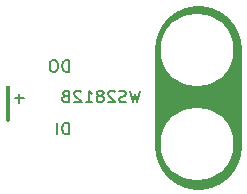
<source format=gbo>
%TF.GenerationSoftware,KiCad,Pcbnew,5.0.0-fee4fd1~66~ubuntu16.04.1*%
%TF.CreationDate,2018-09-24T21:54:23-07:00*%
%TF.ProjectId,2x3-LED-RGB-NeoPixel-SMT,3278332D4C45442D5247422D4E656F50,v1.1*%
%TF.SameCoordinates,Original*%
%TF.FileFunction,Legend,Bot*%
%TF.FilePolarity,Positive*%
%FSLAX46Y46*%
G04 Gerber Fmt 4.6, Leading zero omitted, Abs format (unit mm)*
G04 Created by KiCad (PCBNEW 5.0.0-fee4fd1~66~ubuntu16.04.1) date Mon Sep 24 21:54:23 2018*
%MOMM*%
%LPD*%
G01*
G04 APERTURE LIST*
%ADD10C,0.300000*%
%ADD11C,7.400000*%
%ADD12C,0.150000*%
%ADD13C,0.800000*%
%ADD14C,6.152400*%
G04 APERTURE END LIST*
D10*
X26416000Y-33841000D02*
X26416000Y-30341000D01*
D11*
X42516000Y-27816000D02*
X42516000Y-36041000D01*
D12*
X27796952Y-32012428D02*
X27035047Y-32012428D01*
X27416000Y-32393380D02*
X27416000Y-31631476D01*
X31616000Y-35093380D02*
X31616000Y-34093380D01*
X31377904Y-34093380D01*
X31235047Y-34141000D01*
X31139809Y-34236238D01*
X31092190Y-34331476D01*
X31044571Y-34521952D01*
X31044571Y-34664809D01*
X31092190Y-34855285D01*
X31139809Y-34950523D01*
X31235047Y-35045761D01*
X31377904Y-35093380D01*
X31616000Y-35093380D01*
X30616000Y-35093380D02*
X30616000Y-34093380D01*
X31601714Y-29793380D02*
X31601714Y-28793380D01*
X31363619Y-28793380D01*
X31220761Y-28841000D01*
X31125523Y-28936238D01*
X31077904Y-29031476D01*
X31030285Y-29221952D01*
X31030285Y-29364809D01*
X31077904Y-29555285D01*
X31125523Y-29650523D01*
X31220761Y-29745761D01*
X31363619Y-29793380D01*
X31601714Y-29793380D01*
X30411238Y-28793380D02*
X30220761Y-28793380D01*
X30125523Y-28841000D01*
X30030285Y-28936238D01*
X29982666Y-29126714D01*
X29982666Y-29460047D01*
X30030285Y-29650523D01*
X30125523Y-29745761D01*
X30220761Y-29793380D01*
X30411238Y-29793380D01*
X30506476Y-29745761D01*
X30601714Y-29650523D01*
X30649333Y-29460047D01*
X30649333Y-29126714D01*
X30601714Y-28936238D01*
X30506476Y-28841000D01*
X30411238Y-28793380D01*
X37625523Y-31373796D02*
X37387428Y-32373796D01*
X37196952Y-31659511D01*
X37006476Y-32373796D01*
X36768380Y-31373796D01*
X36435047Y-32326177D02*
X36292190Y-32373796D01*
X36054095Y-32373796D01*
X35958857Y-32326177D01*
X35911238Y-32278558D01*
X35863619Y-32183320D01*
X35863619Y-32088082D01*
X35911238Y-31992844D01*
X35958857Y-31945225D01*
X36054095Y-31897606D01*
X36244571Y-31849987D01*
X36339809Y-31802368D01*
X36387428Y-31754749D01*
X36435047Y-31659511D01*
X36435047Y-31564273D01*
X36387428Y-31469035D01*
X36339809Y-31421416D01*
X36244571Y-31373796D01*
X36006476Y-31373796D01*
X35863619Y-31421416D01*
X35482666Y-31469035D02*
X35435047Y-31421416D01*
X35339809Y-31373796D01*
X35101714Y-31373796D01*
X35006476Y-31421416D01*
X34958857Y-31469035D01*
X34911238Y-31564273D01*
X34911238Y-31659511D01*
X34958857Y-31802368D01*
X35530285Y-32373796D01*
X34911238Y-32373796D01*
X34339809Y-31802368D02*
X34435047Y-31754749D01*
X34482666Y-31707130D01*
X34530285Y-31611892D01*
X34530285Y-31564273D01*
X34482666Y-31469035D01*
X34435047Y-31421416D01*
X34339809Y-31373796D01*
X34149333Y-31373796D01*
X34054095Y-31421416D01*
X34006476Y-31469035D01*
X33958857Y-31564273D01*
X33958857Y-31611892D01*
X34006476Y-31707130D01*
X34054095Y-31754749D01*
X34149333Y-31802368D01*
X34339809Y-31802368D01*
X34435047Y-31849987D01*
X34482666Y-31897606D01*
X34530285Y-31992844D01*
X34530285Y-32183320D01*
X34482666Y-32278558D01*
X34435047Y-32326177D01*
X34339809Y-32373796D01*
X34149333Y-32373796D01*
X34054095Y-32326177D01*
X34006476Y-32278558D01*
X33958857Y-32183320D01*
X33958857Y-31992844D01*
X34006476Y-31897606D01*
X34054095Y-31849987D01*
X34149333Y-31802368D01*
X33006476Y-32373796D02*
X33577904Y-32373796D01*
X33292190Y-32373796D02*
X33292190Y-31373796D01*
X33387428Y-31516654D01*
X33482666Y-31611892D01*
X33577904Y-31659511D01*
X32625523Y-31469035D02*
X32577904Y-31421416D01*
X32482666Y-31373796D01*
X32244571Y-31373796D01*
X32149333Y-31421416D01*
X32101714Y-31469035D01*
X32054095Y-31564273D01*
X32054095Y-31659511D01*
X32101714Y-31802368D01*
X32673142Y-32373796D01*
X32054095Y-32373796D01*
X31292190Y-31849987D02*
X31149333Y-31897606D01*
X31101714Y-31945225D01*
X31054095Y-32040463D01*
X31054095Y-32183320D01*
X31101714Y-32278558D01*
X31149333Y-32326177D01*
X31244571Y-32373796D01*
X31625523Y-32373796D01*
X31625523Y-31373796D01*
X31292190Y-31373796D01*
X31196952Y-31421416D01*
X31149333Y-31469035D01*
X31101714Y-31564273D01*
X31101714Y-31659511D01*
X31149333Y-31754749D01*
X31196952Y-31802368D01*
X31292190Y-31849987D01*
X31625523Y-31849987D01*
%LPC*%
D13*
X25206936Y-33119205D02*
G75*
G03X29316000Y-36941000I1184064J-2846795D01*
G01*
X35936809Y-30577542D02*
G75*
G03X31516000Y-27041000I-1495809J2661542D01*
G01*
X31425882Y-36937761D02*
G75*
G03X35716000Y-33141000I2965118J971761D01*
G01*
D14*
X42416000Y-27941000D03*
X42416000Y-35941000D03*
X26416000Y-27941000D03*
M02*

</source>
